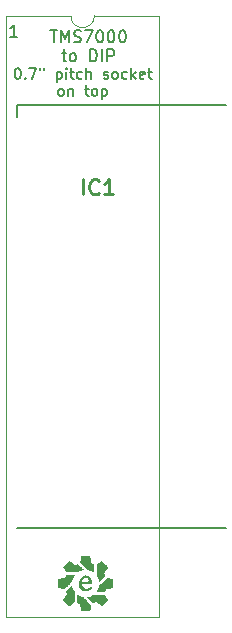
<source format=gto>
G04 #@! TF.GenerationSoftware,KiCad,Pcbnew,(6.0.4)*
G04 #@! TF.CreationDate,2022-12-30T23:34:26-05:00*
G04 #@! TF.ProjectId,tms7000 n2l adapter,746d7337-3030-4302-906e-326c20616461,rev?*
G04 #@! TF.SameCoordinates,Original*
G04 #@! TF.FileFunction,Legend,Top*
G04 #@! TF.FilePolarity,Positive*
%FSLAX46Y46*%
G04 Gerber Fmt 4.6, Leading zero omitted, Abs format (unit mm)*
G04 Created by KiCad (PCBNEW (6.0.4)) date 2022-12-30 23:34:26*
%MOMM*%
%LPD*%
G01*
G04 APERTURE LIST*
%ADD10C,0.150000*%
%ADD11C,0.130000*%
%ADD12C,0.254000*%
%ADD13C,0.120000*%
%ADD14C,0.200000*%
%ADD15R,1.600000X1.600000*%
%ADD16O,1.600000X1.600000*%
%ADD17R,1.100000X1.100000*%
%ADD18C,1.100000*%
G04 APERTURE END LIST*
D10*
X120459904Y-52749380D02*
X121031333Y-52749380D01*
X120745619Y-53749380D02*
X120745619Y-52749380D01*
X121364666Y-53749380D02*
X121364666Y-52749380D01*
X121698000Y-53463666D01*
X122031333Y-52749380D01*
X122031333Y-53749380D01*
X122459904Y-53701761D02*
X122602761Y-53749380D01*
X122840857Y-53749380D01*
X122936095Y-53701761D01*
X122983714Y-53654142D01*
X123031333Y-53558904D01*
X123031333Y-53463666D01*
X122983714Y-53368428D01*
X122936095Y-53320809D01*
X122840857Y-53273190D01*
X122650380Y-53225571D01*
X122555142Y-53177952D01*
X122507523Y-53130333D01*
X122459904Y-53035095D01*
X122459904Y-52939857D01*
X122507523Y-52844619D01*
X122555142Y-52797000D01*
X122650380Y-52749380D01*
X122888476Y-52749380D01*
X123031333Y-52797000D01*
X123364666Y-52749380D02*
X124031333Y-52749380D01*
X123602761Y-53749380D01*
X124602761Y-52749380D02*
X124698000Y-52749380D01*
X124793238Y-52797000D01*
X124840857Y-52844619D01*
X124888476Y-52939857D01*
X124936095Y-53130333D01*
X124936095Y-53368428D01*
X124888476Y-53558904D01*
X124840857Y-53654142D01*
X124793238Y-53701761D01*
X124698000Y-53749380D01*
X124602761Y-53749380D01*
X124507523Y-53701761D01*
X124459904Y-53654142D01*
X124412285Y-53558904D01*
X124364666Y-53368428D01*
X124364666Y-53130333D01*
X124412285Y-52939857D01*
X124459904Y-52844619D01*
X124507523Y-52797000D01*
X124602761Y-52749380D01*
X125555142Y-52749380D02*
X125650380Y-52749380D01*
X125745619Y-52797000D01*
X125793238Y-52844619D01*
X125840857Y-52939857D01*
X125888476Y-53130333D01*
X125888476Y-53368428D01*
X125840857Y-53558904D01*
X125793238Y-53654142D01*
X125745619Y-53701761D01*
X125650380Y-53749380D01*
X125555142Y-53749380D01*
X125459904Y-53701761D01*
X125412285Y-53654142D01*
X125364666Y-53558904D01*
X125317047Y-53368428D01*
X125317047Y-53130333D01*
X125364666Y-52939857D01*
X125412285Y-52844619D01*
X125459904Y-52797000D01*
X125555142Y-52749380D01*
X126507523Y-52749380D02*
X126602761Y-52749380D01*
X126698000Y-52797000D01*
X126745619Y-52844619D01*
X126793238Y-52939857D01*
X126840857Y-53130333D01*
X126840857Y-53368428D01*
X126793238Y-53558904D01*
X126745619Y-53654142D01*
X126698000Y-53701761D01*
X126602761Y-53749380D01*
X126507523Y-53749380D01*
X126412285Y-53701761D01*
X126364666Y-53654142D01*
X126317047Y-53558904D01*
X126269428Y-53368428D01*
X126269428Y-53130333D01*
X126317047Y-52939857D01*
X126364666Y-52844619D01*
X126412285Y-52797000D01*
X126507523Y-52749380D01*
X121436095Y-54692714D02*
X121817047Y-54692714D01*
X121578952Y-54359380D02*
X121578952Y-55216523D01*
X121626571Y-55311761D01*
X121721809Y-55359380D01*
X121817047Y-55359380D01*
X122293238Y-55359380D02*
X122198000Y-55311761D01*
X122150380Y-55264142D01*
X122102761Y-55168904D01*
X122102761Y-54883190D01*
X122150380Y-54787952D01*
X122198000Y-54740333D01*
X122293238Y-54692714D01*
X122436095Y-54692714D01*
X122531333Y-54740333D01*
X122578952Y-54787952D01*
X122626571Y-54883190D01*
X122626571Y-55168904D01*
X122578952Y-55264142D01*
X122531333Y-55311761D01*
X122436095Y-55359380D01*
X122293238Y-55359380D01*
X123817047Y-55359380D02*
X123817047Y-54359380D01*
X124055142Y-54359380D01*
X124198000Y-54407000D01*
X124293238Y-54502238D01*
X124340857Y-54597476D01*
X124388476Y-54787952D01*
X124388476Y-54930809D01*
X124340857Y-55121285D01*
X124293238Y-55216523D01*
X124198000Y-55311761D01*
X124055142Y-55359380D01*
X123817047Y-55359380D01*
X124817047Y-55359380D02*
X124817047Y-54359380D01*
X125293238Y-55359380D02*
X125293238Y-54359380D01*
X125674190Y-54359380D01*
X125769428Y-54407000D01*
X125817047Y-54454619D01*
X125864666Y-54549857D01*
X125864666Y-54692714D01*
X125817047Y-54787952D01*
X125769428Y-54835571D01*
X125674190Y-54883190D01*
X125293238Y-54883190D01*
D11*
X117640000Y-55932642D02*
X117725714Y-55932642D01*
X117811428Y-55975500D01*
X117854285Y-56018357D01*
X117897142Y-56104071D01*
X117940000Y-56275500D01*
X117940000Y-56489785D01*
X117897142Y-56661214D01*
X117854285Y-56746928D01*
X117811428Y-56789785D01*
X117725714Y-56832642D01*
X117640000Y-56832642D01*
X117554285Y-56789785D01*
X117511428Y-56746928D01*
X117468571Y-56661214D01*
X117425714Y-56489785D01*
X117425714Y-56275500D01*
X117468571Y-56104071D01*
X117511428Y-56018357D01*
X117554285Y-55975500D01*
X117640000Y-55932642D01*
X118325714Y-56746928D02*
X118368571Y-56789785D01*
X118325714Y-56832642D01*
X118282857Y-56789785D01*
X118325714Y-56746928D01*
X118325714Y-56832642D01*
X118668571Y-55932642D02*
X119268571Y-55932642D01*
X118882857Y-56832642D01*
X119568571Y-55932642D02*
X119568571Y-56104071D01*
X119911428Y-55932642D02*
X119911428Y-56104071D01*
X120982857Y-56232642D02*
X120982857Y-57132642D01*
X120982857Y-56275500D02*
X121068571Y-56232642D01*
X121240000Y-56232642D01*
X121325714Y-56275500D01*
X121368571Y-56318357D01*
X121411428Y-56404071D01*
X121411428Y-56661214D01*
X121368571Y-56746928D01*
X121325714Y-56789785D01*
X121240000Y-56832642D01*
X121068571Y-56832642D01*
X120982857Y-56789785D01*
X121797142Y-56832642D02*
X121797142Y-56232642D01*
X121797142Y-55932642D02*
X121754285Y-55975500D01*
X121797142Y-56018357D01*
X121840000Y-55975500D01*
X121797142Y-55932642D01*
X121797142Y-56018357D01*
X122097142Y-56232642D02*
X122440000Y-56232642D01*
X122225714Y-55932642D02*
X122225714Y-56704071D01*
X122268571Y-56789785D01*
X122354285Y-56832642D01*
X122440000Y-56832642D01*
X123125714Y-56789785D02*
X123040000Y-56832642D01*
X122868571Y-56832642D01*
X122782857Y-56789785D01*
X122740000Y-56746928D01*
X122697142Y-56661214D01*
X122697142Y-56404071D01*
X122740000Y-56318357D01*
X122782857Y-56275500D01*
X122868571Y-56232642D01*
X123040000Y-56232642D01*
X123125714Y-56275500D01*
X123511428Y-56832642D02*
X123511428Y-55932642D01*
X123897142Y-56832642D02*
X123897142Y-56361214D01*
X123854285Y-56275500D01*
X123768571Y-56232642D01*
X123640000Y-56232642D01*
X123554285Y-56275500D01*
X123511428Y-56318357D01*
X124968571Y-56789785D02*
X125054285Y-56832642D01*
X125225714Y-56832642D01*
X125311428Y-56789785D01*
X125354285Y-56704071D01*
X125354285Y-56661214D01*
X125311428Y-56575500D01*
X125225714Y-56532642D01*
X125097142Y-56532642D01*
X125011428Y-56489785D01*
X124968571Y-56404071D01*
X124968571Y-56361214D01*
X125011428Y-56275500D01*
X125097142Y-56232642D01*
X125225714Y-56232642D01*
X125311428Y-56275500D01*
X125868571Y-56832642D02*
X125782857Y-56789785D01*
X125740000Y-56746928D01*
X125697142Y-56661214D01*
X125697142Y-56404071D01*
X125740000Y-56318357D01*
X125782857Y-56275500D01*
X125868571Y-56232642D01*
X125997142Y-56232642D01*
X126082857Y-56275500D01*
X126125714Y-56318357D01*
X126168571Y-56404071D01*
X126168571Y-56661214D01*
X126125714Y-56746928D01*
X126082857Y-56789785D01*
X125997142Y-56832642D01*
X125868571Y-56832642D01*
X126940000Y-56789785D02*
X126854285Y-56832642D01*
X126682857Y-56832642D01*
X126597142Y-56789785D01*
X126554285Y-56746928D01*
X126511428Y-56661214D01*
X126511428Y-56404071D01*
X126554285Y-56318357D01*
X126597142Y-56275500D01*
X126682857Y-56232642D01*
X126854285Y-56232642D01*
X126940000Y-56275500D01*
X127325714Y-56832642D02*
X127325714Y-55932642D01*
X127411428Y-56489785D02*
X127668571Y-56832642D01*
X127668571Y-56232642D02*
X127325714Y-56575500D01*
X128397142Y-56789785D02*
X128311428Y-56832642D01*
X128140000Y-56832642D01*
X128054285Y-56789785D01*
X128011428Y-56704071D01*
X128011428Y-56361214D01*
X128054285Y-56275500D01*
X128140000Y-56232642D01*
X128311428Y-56232642D01*
X128397142Y-56275500D01*
X128440000Y-56361214D01*
X128440000Y-56446928D01*
X128011428Y-56532642D01*
X128697142Y-56232642D02*
X129040000Y-56232642D01*
X128825714Y-55932642D02*
X128825714Y-56704071D01*
X128868571Y-56789785D01*
X128954285Y-56832642D01*
X129040000Y-56832642D01*
X121304285Y-58281642D02*
X121218571Y-58238785D01*
X121175714Y-58195928D01*
X121132857Y-58110214D01*
X121132857Y-57853071D01*
X121175714Y-57767357D01*
X121218571Y-57724500D01*
X121304285Y-57681642D01*
X121432857Y-57681642D01*
X121518571Y-57724500D01*
X121561428Y-57767357D01*
X121604285Y-57853071D01*
X121604285Y-58110214D01*
X121561428Y-58195928D01*
X121518571Y-58238785D01*
X121432857Y-58281642D01*
X121304285Y-58281642D01*
X121990000Y-57681642D02*
X121990000Y-58281642D01*
X121990000Y-57767357D02*
X122032857Y-57724500D01*
X122118571Y-57681642D01*
X122247142Y-57681642D01*
X122332857Y-57724500D01*
X122375714Y-57810214D01*
X122375714Y-58281642D01*
X123361428Y-57681642D02*
X123704285Y-57681642D01*
X123490000Y-57381642D02*
X123490000Y-58153071D01*
X123532857Y-58238785D01*
X123618571Y-58281642D01*
X123704285Y-58281642D01*
X124132857Y-58281642D02*
X124047142Y-58238785D01*
X124004285Y-58195928D01*
X123961428Y-58110214D01*
X123961428Y-57853071D01*
X124004285Y-57767357D01*
X124047142Y-57724500D01*
X124132857Y-57681642D01*
X124261428Y-57681642D01*
X124347142Y-57724500D01*
X124390000Y-57767357D01*
X124432857Y-57853071D01*
X124432857Y-58110214D01*
X124390000Y-58195928D01*
X124347142Y-58238785D01*
X124261428Y-58281642D01*
X124132857Y-58281642D01*
X124818571Y-57681642D02*
X124818571Y-58581642D01*
X124818571Y-57724500D02*
X124904285Y-57681642D01*
X125075714Y-57681642D01*
X125161428Y-57724500D01*
X125204285Y-57767357D01*
X125247142Y-57853071D01*
X125247142Y-58110214D01*
X125204285Y-58195928D01*
X125161428Y-58238785D01*
X125075714Y-58281642D01*
X124904285Y-58281642D01*
X124818571Y-58238785D01*
D10*
X117633714Y-53284380D02*
X117062285Y-53284380D01*
X117348000Y-53284380D02*
X117348000Y-52284380D01*
X117252761Y-52427238D01*
X117157523Y-52522476D01*
X117062285Y-52570095D01*
D12*
X123220238Y-66614523D02*
X123220238Y-65344523D01*
X124550714Y-66493571D02*
X124490238Y-66554047D01*
X124308809Y-66614523D01*
X124187857Y-66614523D01*
X124006428Y-66554047D01*
X123885476Y-66433095D01*
X123825000Y-66312142D01*
X123764523Y-66070238D01*
X123764523Y-65888809D01*
X123825000Y-65646904D01*
X123885476Y-65525952D01*
X124006428Y-65405000D01*
X124187857Y-65344523D01*
X124308809Y-65344523D01*
X124490238Y-65405000D01*
X124550714Y-65465476D01*
X125760238Y-66614523D02*
X125034523Y-66614523D01*
X125397380Y-66614523D02*
X125397380Y-65344523D01*
X125276428Y-65525952D01*
X125155476Y-65646904D01*
X125034523Y-65707380D01*
D13*
X129645000Y-51507000D02*
X124185000Y-51507000D01*
X122185000Y-51507000D02*
X116725000Y-51507000D01*
X116725000Y-51507000D02*
X116725000Y-102427000D01*
X116725000Y-102427000D02*
X129645000Y-102427000D01*
X129645000Y-102427000D02*
X129645000Y-51507000D01*
X122185000Y-51507000D02*
G75*
G03*
X124185000Y-51507000I1000000J0D01*
G01*
G36*
X122746492Y-100493189D02*
G01*
X122768321Y-100508119D01*
X122795311Y-100526838D01*
X122797796Y-100528574D01*
X122866943Y-100572323D01*
X122944439Y-100613821D01*
X123021436Y-100648426D01*
X123040343Y-100655745D01*
X123076061Y-100668119D01*
X123117303Y-100680990D01*
X123159759Y-100693177D01*
X123199119Y-100703502D01*
X123231073Y-100710782D01*
X123251311Y-100713837D01*
X123252532Y-100713865D01*
X123261124Y-100719842D01*
X123280736Y-100737008D01*
X123310174Y-100764216D01*
X123348240Y-100800318D01*
X123393740Y-100844168D01*
X123445477Y-100894618D01*
X123502255Y-100950520D01*
X123562880Y-101010728D01*
X123585620Y-101033441D01*
X123905108Y-101353016D01*
X123899761Y-101400204D01*
X123896565Y-101428214D01*
X123892018Y-101467812D01*
X123886772Y-101513338D01*
X123882354Y-101551562D01*
X123876285Y-101605271D01*
X123869764Y-101665060D01*
X123863756Y-101721977D01*
X123860782Y-101751220D01*
X123856394Y-101793885D01*
X123852078Y-101833518D01*
X123848417Y-101864867D01*
X123846529Y-101879261D01*
X123841791Y-101911814D01*
X123054891Y-101911814D01*
X123050152Y-101879261D01*
X123047318Y-101857030D01*
X123043415Y-101822768D01*
X123039027Y-101781727D01*
X123035925Y-101751220D01*
X123030532Y-101699312D01*
X123023977Y-101639664D01*
X123017313Y-101581753D01*
X123014207Y-101555902D01*
X123008408Y-101505843D01*
X123002754Y-101452369D01*
X122998060Y-101403404D01*
X122996034Y-101379362D01*
X122992244Y-101343393D01*
X122987417Y-101316247D01*
X122982264Y-101301545D01*
X122980493Y-101300004D01*
X122954768Y-101292254D01*
X122918974Y-101280632D01*
X122877887Y-101266787D01*
X122836284Y-101252363D01*
X122798942Y-101239008D01*
X122770637Y-101228367D01*
X122760388Y-101224151D01*
X122723495Y-101207858D01*
X122723495Y-100843158D01*
X122723591Y-100751036D01*
X122723906Y-100675002D01*
X122724478Y-100613781D01*
X122725346Y-100566100D01*
X122726548Y-100530686D01*
X122728123Y-100506265D01*
X122730110Y-100491565D01*
X122732546Y-100485310D01*
X122734346Y-100485143D01*
X122746492Y-100493189D01*
G37*
G36*
X125272143Y-99120576D02*
G01*
X125301968Y-99123882D01*
X125343141Y-99128542D01*
X125389770Y-99133885D01*
X125427562Y-99138261D01*
X125481268Y-99144358D01*
X125541055Y-99150902D01*
X125597969Y-99156922D01*
X125627220Y-99159900D01*
X125669885Y-99164287D01*
X125709518Y-99168603D01*
X125740867Y-99172265D01*
X125755261Y-99174152D01*
X125787814Y-99178891D01*
X125787814Y-99965791D01*
X125755261Y-99970529D01*
X125733030Y-99973364D01*
X125698768Y-99977266D01*
X125657727Y-99981654D01*
X125627220Y-99984757D01*
X125575312Y-99990149D01*
X125515664Y-99996705D01*
X125457753Y-100003369D01*
X125431902Y-100006475D01*
X125381843Y-100012273D01*
X125328369Y-100017928D01*
X125279404Y-100022622D01*
X125255362Y-100024648D01*
X125219411Y-100028436D01*
X125192259Y-100033262D01*
X125177536Y-100038413D01*
X125175983Y-100040188D01*
X125166236Y-100072643D01*
X125152543Y-100114966D01*
X125137054Y-100160770D01*
X125121917Y-100203666D01*
X125112156Y-100229911D01*
X125089603Y-100288506D01*
X124726884Y-100288506D01*
X124649427Y-100288415D01*
X124577625Y-100288156D01*
X124513278Y-100287748D01*
X124458183Y-100287211D01*
X124414137Y-100286563D01*
X124382940Y-100285825D01*
X124366387Y-100285016D01*
X124364164Y-100284582D01*
X124368786Y-100276113D01*
X124381032Y-100257212D01*
X124398474Y-100231602D01*
X124402742Y-100225471D01*
X124448905Y-100152605D01*
X124491866Y-100072100D01*
X124527020Y-99992711D01*
X124531745Y-99980338D01*
X124545314Y-99941143D01*
X124558879Y-99897289D01*
X124571274Y-99853114D01*
X124581337Y-99812955D01*
X124587903Y-99781149D01*
X124589865Y-99763809D01*
X124596001Y-99752983D01*
X124614443Y-99730569D01*
X124645242Y-99696513D01*
X124688450Y-99650761D01*
X124744118Y-99593258D01*
X124812298Y-99523950D01*
X124893041Y-99442783D01*
X124905379Y-99430442D01*
X125220894Y-99115016D01*
X125272143Y-99120576D01*
G37*
G36*
X122130039Y-97682436D02*
G01*
X122151745Y-97699380D01*
X122183924Y-97724852D01*
X122223637Y-97756493D01*
X122267947Y-97791943D01*
X122313915Y-97828845D01*
X122358603Y-97864837D01*
X122399074Y-97897561D01*
X122432389Y-97924657D01*
X122455609Y-97943766D01*
X122458660Y-97946318D01*
X122475377Y-97959992D01*
X122499250Y-97979099D01*
X122514881Y-97991454D01*
X122553670Y-98021942D01*
X122614710Y-97988960D01*
X122654563Y-97968444D01*
X122700624Y-97946224D01*
X122742994Y-97927075D01*
X122743406Y-97926898D01*
X122811062Y-97897817D01*
X123066765Y-98153411D01*
X123121525Y-98208287D01*
X123172271Y-98259411D01*
X123217723Y-98305474D01*
X123256603Y-98345168D01*
X123287632Y-98377185D01*
X123309533Y-98400216D01*
X123321025Y-98412953D01*
X123322469Y-98415038D01*
X123314716Y-98419601D01*
X123294983Y-98424453D01*
X123281235Y-98426664D01*
X123245307Y-98433141D01*
X123198734Y-98443772D01*
X123147279Y-98457030D01*
X123096702Y-98471387D01*
X123052765Y-98485316D01*
X123032640Y-98492578D01*
X122980897Y-98514823D01*
X122923151Y-98543198D01*
X122867039Y-98573761D01*
X122822425Y-98601083D01*
X122778123Y-98630475D01*
X121857412Y-98630475D01*
X121843990Y-98609991D01*
X121829597Y-98590040D01*
X121818957Y-98577438D01*
X121809649Y-98566665D01*
X121791724Y-98545006D01*
X121767383Y-98515155D01*
X121738828Y-98479803D01*
X121723895Y-98461199D01*
X121690581Y-98419657D01*
X121657064Y-98377937D01*
X121626702Y-98340214D01*
X121602853Y-98310662D01*
X121597627Y-98304208D01*
X121574144Y-98274827D01*
X121552527Y-98247078D01*
X121537185Y-98226627D01*
X121536374Y-98225494D01*
X121517937Y-98199602D01*
X122076775Y-97641540D01*
X122130039Y-97682436D01*
G37*
G36*
X123846529Y-97265420D02*
G01*
X123849364Y-97287651D01*
X123853266Y-97321914D01*
X123857654Y-97362954D01*
X123860757Y-97393462D01*
X123866149Y-97445369D01*
X123872705Y-97505018D01*
X123879369Y-97562929D01*
X123882475Y-97588780D01*
X123888273Y-97638838D01*
X123893928Y-97692312D01*
X123898622Y-97741277D01*
X123900648Y-97765320D01*
X123904438Y-97801289D01*
X123909264Y-97828435D01*
X123914418Y-97843136D01*
X123916188Y-97844677D01*
X123941913Y-97852428D01*
X123977708Y-97864049D01*
X124018794Y-97877895D01*
X124060397Y-97892318D01*
X124097739Y-97905674D01*
X124126044Y-97916315D01*
X124136294Y-97920531D01*
X124173187Y-97936824D01*
X124173187Y-98301011D01*
X124173137Y-98378622D01*
X124172994Y-98450574D01*
X124172770Y-98515074D01*
X124172473Y-98570329D01*
X124172117Y-98614546D01*
X124171710Y-98645930D01*
X124171264Y-98662690D01*
X124171017Y-98665030D01*
X124163435Y-98660347D01*
X124144792Y-98647881D01*
X124118270Y-98629776D01*
X124099400Y-98616755D01*
X123983310Y-98546675D01*
X123857706Y-98490275D01*
X123724993Y-98448608D01*
X123704424Y-98443648D01*
X123639318Y-98428563D01*
X123315944Y-98106359D01*
X122992569Y-97784154D01*
X122997419Y-97740722D01*
X123000397Y-97714377D01*
X123004754Y-97676232D01*
X123009868Y-97631732D01*
X123014327Y-97593120D01*
X123020396Y-97539411D01*
X123026918Y-97479621D01*
X123032925Y-97422705D01*
X123035900Y-97393462D01*
X123040287Y-97350796D01*
X123044603Y-97311163D01*
X123048265Y-97279815D01*
X123050152Y-97265420D01*
X123054891Y-97232867D01*
X123841791Y-97232867D01*
X123846529Y-97265420D01*
G37*
G36*
X124582051Y-100505937D02*
G01*
X125028245Y-100506347D01*
X125067309Y-100555643D01*
X125088961Y-100582886D01*
X125108167Y-100606910D01*
X125120763Y-100622508D01*
X125131877Y-100636210D01*
X125151148Y-100660100D01*
X125176640Y-100691769D01*
X125206418Y-100728806D01*
X125238547Y-100768801D01*
X125271093Y-100809344D01*
X125302121Y-100848025D01*
X125329696Y-100882434D01*
X125351883Y-100910160D01*
X125366746Y-100928794D01*
X125372157Y-100935656D01*
X125367764Y-100943835D01*
X125351643Y-100963309D01*
X125324534Y-100993294D01*
X125287179Y-101033004D01*
X125240320Y-101081655D01*
X125184697Y-101138463D01*
X125121053Y-101202643D01*
X125099386Y-101224337D01*
X124819717Y-101503908D01*
X124667898Y-101381599D01*
X124622922Y-101345347D01*
X124581653Y-101312046D01*
X124546306Y-101283486D01*
X124519094Y-101261456D01*
X124502231Y-101247745D01*
X124498686Y-101244832D01*
X124484508Y-101233249D01*
X124460712Y-101214016D01*
X124431248Y-101190318D01*
X124413647Y-101176208D01*
X124346000Y-101122045D01*
X124270444Y-101160326D01*
X124230514Y-101180184D01*
X124189580Y-101199928D01*
X124154601Y-101216220D01*
X124144820Y-101220591D01*
X124094751Y-101242575D01*
X123838007Y-100986269D01*
X123783277Y-100931448D01*
X123732722Y-100880451D01*
X123687595Y-100834568D01*
X123649146Y-100795090D01*
X123618630Y-100763304D01*
X123597297Y-100740503D01*
X123586402Y-100727976D01*
X123585269Y-100725957D01*
X123595287Y-100722624D01*
X123617511Y-100717860D01*
X123644679Y-100713102D01*
X123773993Y-100683751D01*
X123901178Y-100637530D01*
X124025033Y-100574905D01*
X124069885Y-100547601D01*
X124135858Y-100505526D01*
X124582051Y-100505937D01*
G37*
G36*
X122296335Y-99714527D02*
G01*
X122301414Y-99733466D01*
X122302458Y-99739446D01*
X122330590Y-99871415D01*
X122372231Y-99997660D01*
X122426255Y-100115138D01*
X122468190Y-100186462D01*
X122506475Y-100245644D01*
X122506475Y-101154787D01*
X122477834Y-101179558D01*
X122452552Y-101200902D01*
X122423804Y-101224459D01*
X122414898Y-101231595D01*
X122397701Y-101245331D01*
X122369625Y-101267827D01*
X122333317Y-101296961D01*
X122291424Y-101330607D01*
X122246593Y-101366643D01*
X122237370Y-101374060D01*
X122194303Y-101408679D01*
X122155548Y-101439793D01*
X122123245Y-101465690D01*
X122099529Y-101484657D01*
X122086539Y-101494981D01*
X122085026Y-101496157D01*
X122076847Y-101491764D01*
X122057372Y-101475643D01*
X122027388Y-101448534D01*
X121987678Y-101411179D01*
X121939026Y-101364320D01*
X121882218Y-101308697D01*
X121818038Y-101245053D01*
X121796344Y-101223386D01*
X121516774Y-100943717D01*
X121639082Y-100791898D01*
X121675335Y-100746922D01*
X121708636Y-100705653D01*
X121737196Y-100670306D01*
X121759226Y-100643094D01*
X121772936Y-100626231D01*
X121775850Y-100622686D01*
X121787433Y-100608508D01*
X121806666Y-100584712D01*
X121830363Y-100555248D01*
X121844473Y-100537647D01*
X121898637Y-100470000D01*
X121860355Y-100394444D01*
X121840361Y-100354217D01*
X121820356Y-100312696D01*
X121803746Y-100276989D01*
X121799364Y-100267176D01*
X121776653Y-100215463D01*
X122030829Y-99961178D01*
X122085554Y-99906573D01*
X122136531Y-99855987D01*
X122182445Y-99810702D01*
X122221985Y-99771999D01*
X122253836Y-99741163D01*
X122276687Y-99719474D01*
X122289224Y-99708216D01*
X122291177Y-99706893D01*
X122296335Y-99714527D01*
G37*
G36*
X122929479Y-99245170D02*
G01*
X122974915Y-99166627D01*
X123034703Y-99092349D01*
X123053365Y-99072742D01*
X123126627Y-99007793D01*
X123204991Y-98957972D01*
X123292082Y-98921108D01*
X123322393Y-98911691D01*
X123360888Y-98901276D01*
X123392279Y-98894919D01*
X123422898Y-98891961D01*
X123459080Y-98891736D01*
X123499094Y-98893209D01*
X123575080Y-98900002D01*
X123640180Y-98913862D01*
X123700005Y-98936449D01*
X123760167Y-98969419D01*
X123763036Y-98971214D01*
X123828465Y-99022327D01*
X123884304Y-99086467D01*
X123928966Y-99161253D01*
X123960860Y-99244304D01*
X123970162Y-99281534D01*
X123976673Y-99324089D01*
X123980166Y-99372630D01*
X123980775Y-99422999D01*
X123978633Y-99471038D01*
X123973876Y-99512590D01*
X123966636Y-99543497D01*
X123961355Y-99554905D01*
X123947086Y-99576681D01*
X123148853Y-99576681D01*
X123149158Y-99613575D01*
X123157673Y-99696333D01*
X123181001Y-99773712D01*
X123217917Y-99843660D01*
X123267197Y-99904123D01*
X123327617Y-99953049D01*
X123363920Y-99973690D01*
X123392396Y-99987478D01*
X123414778Y-99996715D01*
X123435826Y-100002312D01*
X123460302Y-100005181D01*
X123492966Y-100006233D01*
X123534685Y-100006380D01*
X123580502Y-100006056D01*
X123613514Y-100004620D01*
X123638274Y-100001375D01*
X123659332Y-99995626D01*
X123681242Y-99986676D01*
X123690023Y-99982626D01*
X123726029Y-99962771D01*
X123767747Y-99935265D01*
X123809452Y-99904290D01*
X123845418Y-99874027D01*
X123864194Y-99855417D01*
X123881853Y-99841128D01*
X123900374Y-99839219D01*
X123923019Y-99850277D01*
X123948209Y-99870542D01*
X123985888Y-99903979D01*
X123955836Y-99953656D01*
X123897496Y-100034246D01*
X123828021Y-100102289D01*
X123748735Y-100156702D01*
X123660965Y-100196405D01*
X123656349Y-100197994D01*
X123620336Y-100209109D01*
X123586676Y-100216480D01*
X123549496Y-100220992D01*
X123502925Y-100223533D01*
X123483064Y-100224126D01*
X123437101Y-100224519D01*
X123392701Y-100223520D01*
X123355441Y-100221331D01*
X123333948Y-100218755D01*
X123262983Y-100200088D01*
X123189402Y-100170187D01*
X123120505Y-100132074D01*
X123113732Y-100127647D01*
X123044831Y-100071628D01*
X122986071Y-100002762D01*
X122938009Y-99922683D01*
X122901204Y-99833020D01*
X122876215Y-99735408D01*
X122863601Y-99631477D01*
X122863920Y-99522859D01*
X122874605Y-99429108D01*
X122876564Y-99420427D01*
X123148523Y-99420427D01*
X123385240Y-99420378D01*
X123451461Y-99420044D01*
X123512483Y-99419122D01*
X123565809Y-99417695D01*
X123608943Y-99415846D01*
X123639387Y-99413656D01*
X123653617Y-99411536D01*
X123685190Y-99396391D01*
X123705398Y-99370702D01*
X123715229Y-99332768D01*
X123716557Y-99303236D01*
X123707583Y-99241517D01*
X123682921Y-99184158D01*
X123644132Y-99133575D01*
X123592782Y-99092184D01*
X123572402Y-99080458D01*
X123527130Y-99064932D01*
X123473764Y-99059305D01*
X123418386Y-99063451D01*
X123367078Y-99077245D01*
X123349764Y-99085067D01*
X123292567Y-99123970D01*
X123242713Y-99176330D01*
X123202478Y-99238999D01*
X123174141Y-99308827D01*
X123166611Y-99338233D01*
X123160280Y-99367636D01*
X123154773Y-99392802D01*
X123152962Y-99400895D01*
X123148523Y-99420427D01*
X122876564Y-99420427D01*
X122896630Y-99331491D01*
X122929479Y-99245170D01*
G37*
G36*
X122269645Y-98847591D02*
G01*
X122345680Y-98847906D01*
X122406901Y-98848478D01*
X122454582Y-98849346D01*
X122489996Y-98850548D01*
X122514416Y-98852123D01*
X122529117Y-98854110D01*
X122535371Y-98856546D01*
X122535538Y-98858346D01*
X122527493Y-98870492D01*
X122512563Y-98892321D01*
X122493843Y-98919311D01*
X122492108Y-98921796D01*
X122448358Y-98990943D01*
X122406861Y-99068439D01*
X122372255Y-99145436D01*
X122364936Y-99164343D01*
X122352563Y-99200061D01*
X122339692Y-99241303D01*
X122327504Y-99283759D01*
X122317180Y-99323119D01*
X122309900Y-99355073D01*
X122306844Y-99375311D01*
X122306816Y-99376532D01*
X122300796Y-99386052D01*
X122283674Y-99406154D01*
X122256862Y-99435439D01*
X122221772Y-99472505D01*
X122179813Y-99515954D01*
X122132396Y-99564385D01*
X122080934Y-99616400D01*
X122026836Y-99670597D01*
X121971513Y-99725578D01*
X121916377Y-99779943D01*
X121862838Y-99832292D01*
X121812307Y-99881225D01*
X121766196Y-99925343D01*
X121725914Y-99963246D01*
X121692874Y-99993534D01*
X121668485Y-100014807D01*
X121654159Y-100025666D01*
X121651373Y-100026782D01*
X121629774Y-100024805D01*
X121608013Y-100022464D01*
X121530079Y-100013458D01*
X121466492Y-100006164D01*
X121414357Y-100000261D01*
X121370779Y-99995427D01*
X121332864Y-99991340D01*
X121297716Y-99987678D01*
X121269462Y-99984820D01*
X121226797Y-99980417D01*
X121187165Y-99976088D01*
X121155816Y-99972419D01*
X121141420Y-99970529D01*
X121108867Y-99965791D01*
X121108867Y-99178891D01*
X121141420Y-99174152D01*
X121163651Y-99171318D01*
X121197914Y-99167415D01*
X121238954Y-99163027D01*
X121269462Y-99159925D01*
X121321369Y-99154532D01*
X121381018Y-99147977D01*
X121438929Y-99141313D01*
X121464780Y-99138207D01*
X121514838Y-99132408D01*
X121568312Y-99126754D01*
X121617277Y-99122060D01*
X121641320Y-99120034D01*
X121677289Y-99116244D01*
X121704435Y-99111417D01*
X121719136Y-99106264D01*
X121720677Y-99104493D01*
X121728428Y-99078768D01*
X121740049Y-99042974D01*
X121753895Y-99001887D01*
X121768318Y-98960284D01*
X121781674Y-98922942D01*
X121792315Y-98894637D01*
X121796531Y-98884388D01*
X121812824Y-98847495D01*
X122177523Y-98847495D01*
X122269645Y-98847591D01*
G37*
G36*
X125099386Y-97920344D02*
G01*
X125165412Y-97986691D01*
X125223650Y-98045914D01*
X125273359Y-98097228D01*
X125313798Y-98139850D01*
X125344226Y-98172993D01*
X125363901Y-98195875D01*
X125372081Y-98207709D01*
X125372157Y-98209026D01*
X125364559Y-98218655D01*
X125348029Y-98239371D01*
X125324523Y-98268735D01*
X125295999Y-98304313D01*
X125264413Y-98343668D01*
X125231723Y-98384363D01*
X125199885Y-98423962D01*
X125170857Y-98460029D01*
X125146595Y-98490128D01*
X125129056Y-98511821D01*
X125120763Y-98521995D01*
X125109205Y-98536179D01*
X125089996Y-98559974D01*
X125066322Y-98589426D01*
X125052303Y-98606917D01*
X124998234Y-98674447D01*
X125044728Y-98767481D01*
X125064311Y-98807476D01*
X125082017Y-98845103D01*
X125095741Y-98875804D01*
X125102810Y-98893341D01*
X125114397Y-98926166D01*
X124863038Y-99177637D01*
X124808643Y-99231923D01*
X124758023Y-99282185D01*
X124712496Y-99327133D01*
X124673381Y-99365478D01*
X124641993Y-99395931D01*
X124619652Y-99417202D01*
X124607674Y-99428003D01*
X124606041Y-99429108D01*
X124598518Y-99422224D01*
X124595134Y-99415376D01*
X124590758Y-99395365D01*
X124589865Y-99382288D01*
X124587187Y-99360138D01*
X124579934Y-99325975D01*
X124569275Y-99284170D01*
X124556381Y-99239092D01*
X124542420Y-99195113D01*
X124531529Y-99164343D01*
X124501099Y-99090207D01*
X124467524Y-99023571D01*
X124427988Y-98957904D01*
X124390207Y-98899038D01*
X124390207Y-97989895D01*
X124418847Y-97965123D01*
X124444112Y-97943779D01*
X124472846Y-97920197D01*
X124481783Y-97913018D01*
X124498658Y-97899504D01*
X124526517Y-97877119D01*
X124562834Y-97847896D01*
X124605081Y-97813870D01*
X124650733Y-97777073D01*
X124667898Y-97763230D01*
X124819717Y-97640774D01*
X125099386Y-97920344D01*
G37*
D14*
X135312000Y-59062000D02*
X117672000Y-59062000D01*
X117672000Y-59062000D02*
X117672000Y-60071000D01*
X117672000Y-94862000D02*
X135312000Y-94862000D01*
%LPC*%
D15*
X115565000Y-52837000D03*
D16*
X115565000Y-55377000D03*
X115565000Y-57917000D03*
X115565000Y-60457000D03*
X115565000Y-62997000D03*
X115565000Y-65537000D03*
X115565000Y-68077000D03*
X115565000Y-70617000D03*
X115565000Y-73157000D03*
X115565000Y-75697000D03*
X115565000Y-78237000D03*
X115565000Y-80777000D03*
X115565000Y-83317000D03*
X115565000Y-85857000D03*
X115565000Y-88397000D03*
X115565000Y-90937000D03*
X115565000Y-93477000D03*
X115565000Y-96017000D03*
X115565000Y-98557000D03*
X115565000Y-101097000D03*
X130805000Y-101097000D03*
X130805000Y-98557000D03*
X130805000Y-96017000D03*
X130805000Y-93477000D03*
X130805000Y-90937000D03*
X130805000Y-88397000D03*
X130805000Y-85857000D03*
X130805000Y-83317000D03*
X130805000Y-80777000D03*
X130805000Y-78237000D03*
X130805000Y-75697000D03*
X130805000Y-73157000D03*
X130805000Y-70617000D03*
X130805000Y-68077000D03*
X130805000Y-65537000D03*
X130805000Y-62997000D03*
X130805000Y-60457000D03*
X130805000Y-57917000D03*
X130805000Y-55377000D03*
X130805000Y-52837000D03*
D17*
X118872000Y-60071000D03*
D18*
X118872000Y-61849000D03*
X118872000Y-63627000D03*
X118872000Y-65405000D03*
X118872000Y-67183000D03*
X118872000Y-68961000D03*
X118872000Y-70739000D03*
X118872000Y-72517000D03*
X118872000Y-74295000D03*
X118872000Y-76073000D03*
X118872000Y-77851000D03*
X118872000Y-79629000D03*
X118872000Y-81407000D03*
X118872000Y-83185000D03*
X118872000Y-84963000D03*
X118872000Y-86741000D03*
X118872000Y-88519000D03*
X118872000Y-90297000D03*
X118872000Y-92075000D03*
X118872000Y-93853000D03*
X134112000Y-93853000D03*
X134112000Y-92075000D03*
X134112000Y-90297000D03*
X134112000Y-88519000D03*
X134112000Y-86741000D03*
X134112000Y-84963000D03*
X134112000Y-83185000D03*
X134112000Y-81407000D03*
X134112000Y-79629000D03*
X134112000Y-77851000D03*
X134112000Y-76073000D03*
X134112000Y-74295000D03*
X134112000Y-72517000D03*
X134112000Y-70739000D03*
X134112000Y-68961000D03*
X134112000Y-67183000D03*
X134112000Y-65405000D03*
X134112000Y-63627000D03*
X134112000Y-61849000D03*
X134112000Y-60071000D03*
M02*

</source>
